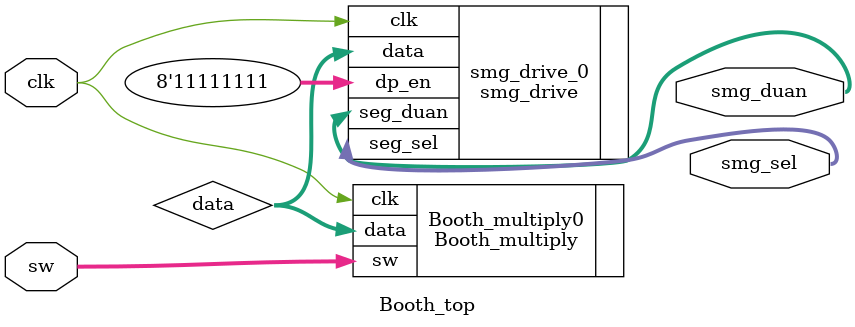
<source format=v>
`timescale 1ns / 1ps


module Booth_top(
    input clk,
    input  [9:0]sw,
    output   [7:0]      smg_duan,
	output   [7:0]      smg_sel
    );
     wire[39:0]data;
     Booth_multiply Booth_multiply0
     (
     .clk(clk),
     .sw(sw),
      .data(data)
     );
     
    smg_drive smg_drive_0
(
	.clk(clk),
    .data(data),
    .dp_en(8'b11111111),
    .seg_sel(smg_sel),
    .seg_duan(smg_duan)
);
    
endmodule

</source>
